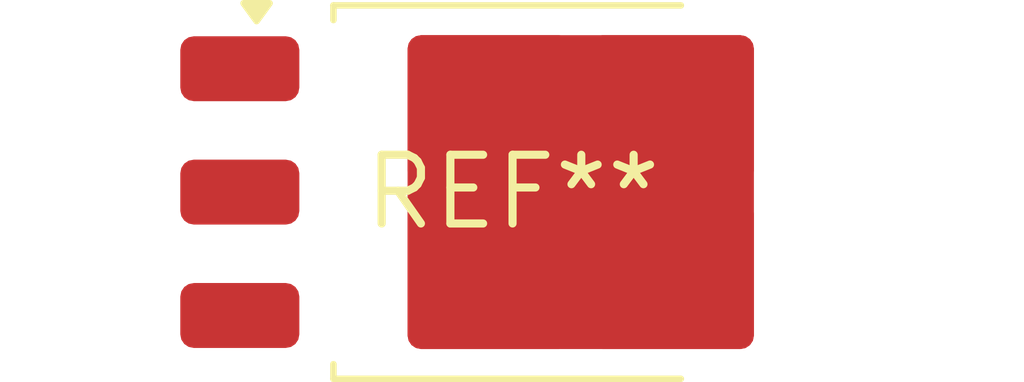
<source format=kicad_pcb>
(kicad_pcb (version 20240108) (generator pcbnew)
  (layers (0 "F.Cu" signal) (31 "B.Cu" signal) (34 "B.Paste" user) (35 "F.Paste" user) (36 "B.SilkS" user "B.Silkscreen") (37 "F.SilkS" user "F.Silkscreen") (38 "B.Mask" user) (39 "F.Mask" user) (44 "Edge.Cuts" user))
  (net 0 "")
  (footprint "TO-252-3_TabPin4" (layer "F.Cu") (at 0 0)
    (property "Reference" "REF**")
    (property "Value" "TO-252-3_TabPin4")
    (fp_line (start -3.31 -3.45) (end -3.31 -3.18) (layer "F.SilkS") (stroke (width 0.12)))
    (fp_line (start -3.31 3.45) (end -3.31 3.18) (layer "F.SilkS") (stroke (width 0.12)))
    (fp_line (start 3.11 -3.45) (end -3.31 -3.45) (layer "F.SilkS") (stroke (width 0.12)))
    (fp_line (start 3.11 3.45) (end -3.31 3.45) (layer "F.SilkS") (stroke (width 0.12)))
    (fp_poly (pts (xy -4.73 -3.16) (xy -4.97 -3.49) (xy -4.49 -3.49) (xy -4.73 -3.16)) (layer "F.SilkS") (stroke (width 0.12)) (fill solid))
    (pad "1" smd roundrect (at -5.04 -2.28) (size 2.2 1.2) (layers "F.Cu" "F.Paste" "F.Mask") (roundrect_rratio 0.208333))
    (pad "2" smd roundrect (at -5.04 0) (size 2.2 1.2) (layers "F.Cu" "F.Paste" "F.Mask") (roundrect_rratio 0.208333))
    (pad "3" smd roundrect (at -5.04 2.28) (size 2.2 1.2) (layers "F.Cu" "F.Paste" "F.Mask") (roundrect_rratio 0.208333))
    (pad "4" smd roundrect (at -0.415 -1.525) (size 3.05 2.75) (layers "F.Cu" "F.Paste") (roundrect_rratio 0.090909))
    (pad "4" smd roundrect (at -0.415 1.525) (size 3.05 2.75) (layers "F.Cu" "F.Paste") (roundrect_rratio 0.090909))
    (pad "4" smd roundrect (at 1.26 0) (size 6.4 5.8) (layers "F.Cu" "F.Mask") (roundrect_rratio 0.043103))
    (pad "4" smd roundrect (at 2.935 -1.525) (size 3.05 2.75) (layers "F.Cu" "F.Paste") (roundrect_rratio 0.090909))
    (pad "4" smd roundrect (at 2.935 1.525) (size 3.05 2.75) (layers "F.Cu" "F.Paste") (roundrect_rratio 0.090909))
  )
)
</source>
